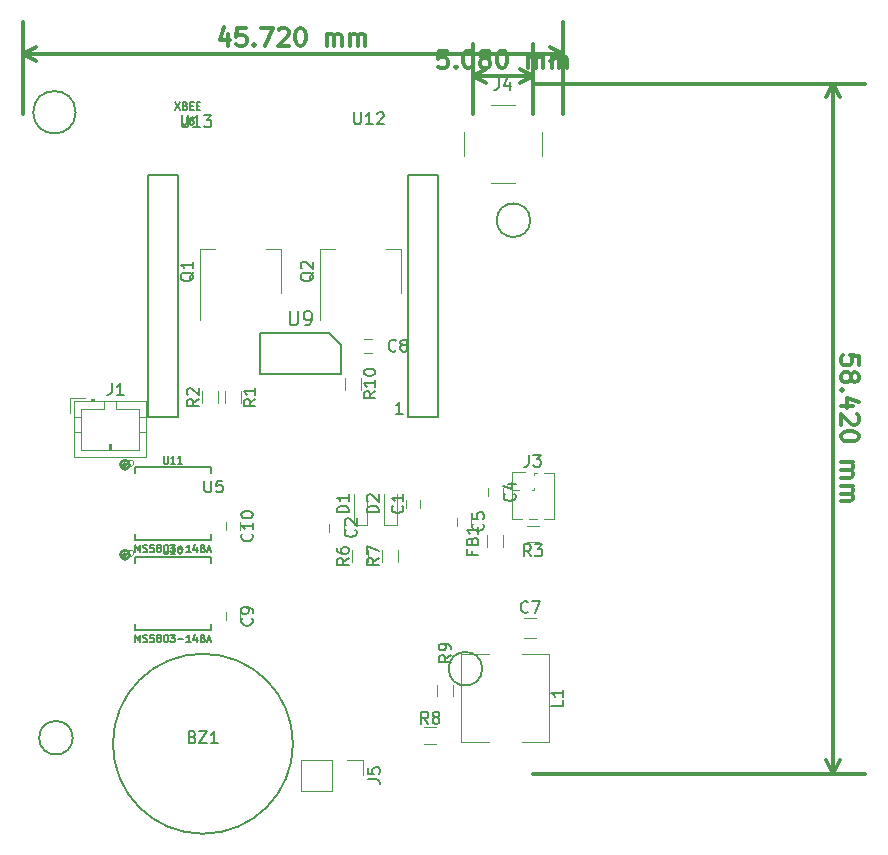
<source format=gto>
G04 #@! TF.FileFunction,Legend,Top*
%FSLAX46Y46*%
G04 Gerber Fmt 4.6, Leading zero omitted, Abs format (unit mm)*
G04 Created by KiCad (PCBNEW 4.0.7) date 12/26/17 15:11:40*
%MOMM*%
%LPD*%
G01*
G04 APERTURE LIST*
%ADD10C,0.100000*%
%ADD11C,0.300000*%
%ADD12C,0.200000*%
%ADD13C,0.120000*%
%ADD14C,0.203200*%
%ADD15C,0.150000*%
%ADD16C,0.254000*%
%ADD17C,0.127000*%
%ADD18C,0.152400*%
G04 APERTURE END LIST*
D10*
D11*
X170545716Y-53073572D02*
X169831430Y-53073572D01*
X169760001Y-53787858D01*
X169831430Y-53716430D01*
X169974287Y-53645001D01*
X170331430Y-53645001D01*
X170474287Y-53716430D01*
X170545716Y-53787858D01*
X170617144Y-53930715D01*
X170617144Y-54287858D01*
X170545716Y-54430715D01*
X170474287Y-54502144D01*
X170331430Y-54573572D01*
X169974287Y-54573572D01*
X169831430Y-54502144D01*
X169760001Y-54430715D01*
X171260001Y-54430715D02*
X171331429Y-54502144D01*
X171260001Y-54573572D01*
X171188572Y-54502144D01*
X171260001Y-54430715D01*
X171260001Y-54573572D01*
X172260001Y-53073572D02*
X172402858Y-53073572D01*
X172545715Y-53145001D01*
X172617144Y-53216430D01*
X172688573Y-53359287D01*
X172760001Y-53645001D01*
X172760001Y-54002144D01*
X172688573Y-54287858D01*
X172617144Y-54430715D01*
X172545715Y-54502144D01*
X172402858Y-54573572D01*
X172260001Y-54573572D01*
X172117144Y-54502144D01*
X172045715Y-54430715D01*
X171974287Y-54287858D01*
X171902858Y-54002144D01*
X171902858Y-53645001D01*
X171974287Y-53359287D01*
X172045715Y-53216430D01*
X172117144Y-53145001D01*
X172260001Y-53073572D01*
X173617144Y-53716430D02*
X173474286Y-53645001D01*
X173402858Y-53573572D01*
X173331429Y-53430715D01*
X173331429Y-53359287D01*
X173402858Y-53216430D01*
X173474286Y-53145001D01*
X173617144Y-53073572D01*
X173902858Y-53073572D01*
X174045715Y-53145001D01*
X174117144Y-53216430D01*
X174188572Y-53359287D01*
X174188572Y-53430715D01*
X174117144Y-53573572D01*
X174045715Y-53645001D01*
X173902858Y-53716430D01*
X173617144Y-53716430D01*
X173474286Y-53787858D01*
X173402858Y-53859287D01*
X173331429Y-54002144D01*
X173331429Y-54287858D01*
X173402858Y-54430715D01*
X173474286Y-54502144D01*
X173617144Y-54573572D01*
X173902858Y-54573572D01*
X174045715Y-54502144D01*
X174117144Y-54430715D01*
X174188572Y-54287858D01*
X174188572Y-54002144D01*
X174117144Y-53859287D01*
X174045715Y-53787858D01*
X173902858Y-53716430D01*
X175117143Y-53073572D02*
X175260000Y-53073572D01*
X175402857Y-53145001D01*
X175474286Y-53216430D01*
X175545715Y-53359287D01*
X175617143Y-53645001D01*
X175617143Y-54002144D01*
X175545715Y-54287858D01*
X175474286Y-54430715D01*
X175402857Y-54502144D01*
X175260000Y-54573572D01*
X175117143Y-54573572D01*
X174974286Y-54502144D01*
X174902857Y-54430715D01*
X174831429Y-54287858D01*
X174760000Y-54002144D01*
X174760000Y-53645001D01*
X174831429Y-53359287D01*
X174902857Y-53216430D01*
X174974286Y-53145001D01*
X175117143Y-53073572D01*
X177402857Y-54573572D02*
X177402857Y-53573572D01*
X177402857Y-53716430D02*
X177474285Y-53645001D01*
X177617143Y-53573572D01*
X177831428Y-53573572D01*
X177974285Y-53645001D01*
X178045714Y-53787858D01*
X178045714Y-54573572D01*
X178045714Y-53787858D02*
X178117143Y-53645001D01*
X178260000Y-53573572D01*
X178474285Y-53573572D01*
X178617143Y-53645001D01*
X178688571Y-53787858D01*
X178688571Y-54573572D01*
X179402857Y-54573572D02*
X179402857Y-53573572D01*
X179402857Y-53716430D02*
X179474285Y-53645001D01*
X179617143Y-53573572D01*
X179831428Y-53573572D01*
X179974285Y-53645001D01*
X180045714Y-53787858D01*
X180045714Y-54573572D01*
X180045714Y-53787858D02*
X180117143Y-53645001D01*
X180260000Y-53573572D01*
X180474285Y-53573572D01*
X180617143Y-53645001D01*
X180688571Y-53787858D01*
X180688571Y-54573572D01*
X172720000Y-55245001D02*
X177800000Y-55245001D01*
X172720000Y-58420000D02*
X172720000Y-52545001D01*
X177800000Y-58420000D02*
X177800000Y-52545001D01*
X177800000Y-55245001D02*
X176673496Y-55831422D01*
X177800000Y-55245001D02*
X176673496Y-54658580D01*
X172720000Y-55245001D02*
X173846504Y-55831422D01*
X172720000Y-55245001D02*
X173846504Y-54658580D01*
D12*
X177568903Y-67437000D02*
G75*
G03X177568903Y-67437000I-1419903J0D01*
G01*
D11*
X205371429Y-79661430D02*
X205371429Y-78947144D01*
X204657143Y-78875715D01*
X204728571Y-78947144D01*
X204800000Y-79090001D01*
X204800000Y-79447144D01*
X204728571Y-79590001D01*
X204657143Y-79661430D01*
X204514286Y-79732858D01*
X204157143Y-79732858D01*
X204014286Y-79661430D01*
X203942857Y-79590001D01*
X203871429Y-79447144D01*
X203871429Y-79090001D01*
X203942857Y-78947144D01*
X204014286Y-78875715D01*
X204728571Y-80590001D02*
X204800000Y-80447143D01*
X204871429Y-80375715D01*
X205014286Y-80304286D01*
X205085714Y-80304286D01*
X205228571Y-80375715D01*
X205300000Y-80447143D01*
X205371429Y-80590001D01*
X205371429Y-80875715D01*
X205300000Y-81018572D01*
X205228571Y-81090001D01*
X205085714Y-81161429D01*
X205014286Y-81161429D01*
X204871429Y-81090001D01*
X204800000Y-81018572D01*
X204728571Y-80875715D01*
X204728571Y-80590001D01*
X204657143Y-80447143D01*
X204585714Y-80375715D01*
X204442857Y-80304286D01*
X204157143Y-80304286D01*
X204014286Y-80375715D01*
X203942857Y-80447143D01*
X203871429Y-80590001D01*
X203871429Y-80875715D01*
X203942857Y-81018572D01*
X204014286Y-81090001D01*
X204157143Y-81161429D01*
X204442857Y-81161429D01*
X204585714Y-81090001D01*
X204657143Y-81018572D01*
X204728571Y-80875715D01*
X204014286Y-81804286D02*
X203942857Y-81875714D01*
X203871429Y-81804286D01*
X203942857Y-81732857D01*
X204014286Y-81804286D01*
X203871429Y-81804286D01*
X204871429Y-83161429D02*
X203871429Y-83161429D01*
X205442857Y-82804286D02*
X204371429Y-82447143D01*
X204371429Y-83375715D01*
X205228571Y-83875714D02*
X205300000Y-83947143D01*
X205371429Y-84090000D01*
X205371429Y-84447143D01*
X205300000Y-84590000D01*
X205228571Y-84661429D01*
X205085714Y-84732857D01*
X204942857Y-84732857D01*
X204728571Y-84661429D01*
X203871429Y-83804286D01*
X203871429Y-84732857D01*
X205371429Y-85661428D02*
X205371429Y-85804285D01*
X205300000Y-85947142D01*
X205228571Y-86018571D01*
X205085714Y-86090000D01*
X204800000Y-86161428D01*
X204442857Y-86161428D01*
X204157143Y-86090000D01*
X204014286Y-86018571D01*
X203942857Y-85947142D01*
X203871429Y-85804285D01*
X203871429Y-85661428D01*
X203942857Y-85518571D01*
X204014286Y-85447142D01*
X204157143Y-85375714D01*
X204442857Y-85304285D01*
X204800000Y-85304285D01*
X205085714Y-85375714D01*
X205228571Y-85447142D01*
X205300000Y-85518571D01*
X205371429Y-85661428D01*
X203871429Y-87947142D02*
X204871429Y-87947142D01*
X204728571Y-87947142D02*
X204800000Y-88018570D01*
X204871429Y-88161428D01*
X204871429Y-88375713D01*
X204800000Y-88518570D01*
X204657143Y-88589999D01*
X203871429Y-88589999D01*
X204657143Y-88589999D02*
X204800000Y-88661428D01*
X204871429Y-88804285D01*
X204871429Y-89018570D01*
X204800000Y-89161428D01*
X204657143Y-89232856D01*
X203871429Y-89232856D01*
X203871429Y-89947142D02*
X204871429Y-89947142D01*
X204728571Y-89947142D02*
X204800000Y-90018570D01*
X204871429Y-90161428D01*
X204871429Y-90375713D01*
X204800000Y-90518570D01*
X204657143Y-90589999D01*
X203871429Y-90589999D01*
X204657143Y-90589999D02*
X204800000Y-90661428D01*
X204871429Y-90804285D01*
X204871429Y-91018570D01*
X204800000Y-91161428D01*
X204657143Y-91232856D01*
X203871429Y-91232856D01*
X203200000Y-55880000D02*
X203200000Y-114300000D01*
X177800000Y-55880000D02*
X205900000Y-55880000D01*
X177800000Y-114300000D02*
X205900000Y-114300000D01*
X203200000Y-114300000D02*
X202613579Y-113173496D01*
X203200000Y-114300000D02*
X203786421Y-113173496D01*
X203200000Y-55880000D02*
X202613579Y-57006504D01*
X203200000Y-55880000D02*
X203786421Y-57006504D01*
X151980001Y-51668571D02*
X151980001Y-52668571D01*
X151622858Y-51097143D02*
X151265715Y-52168571D01*
X152194287Y-52168571D01*
X153480001Y-51168571D02*
X152765715Y-51168571D01*
X152694286Y-51882857D01*
X152765715Y-51811429D01*
X152908572Y-51740000D01*
X153265715Y-51740000D01*
X153408572Y-51811429D01*
X153480001Y-51882857D01*
X153551429Y-52025714D01*
X153551429Y-52382857D01*
X153480001Y-52525714D01*
X153408572Y-52597143D01*
X153265715Y-52668571D01*
X152908572Y-52668571D01*
X152765715Y-52597143D01*
X152694286Y-52525714D01*
X154194286Y-52525714D02*
X154265714Y-52597143D01*
X154194286Y-52668571D01*
X154122857Y-52597143D01*
X154194286Y-52525714D01*
X154194286Y-52668571D01*
X154765715Y-51168571D02*
X155765715Y-51168571D01*
X155122858Y-52668571D01*
X156265714Y-51311429D02*
X156337143Y-51240000D01*
X156480000Y-51168571D01*
X156837143Y-51168571D01*
X156980000Y-51240000D01*
X157051429Y-51311429D01*
X157122857Y-51454286D01*
X157122857Y-51597143D01*
X157051429Y-51811429D01*
X156194286Y-52668571D01*
X157122857Y-52668571D01*
X158051428Y-51168571D02*
X158194285Y-51168571D01*
X158337142Y-51240000D01*
X158408571Y-51311429D01*
X158480000Y-51454286D01*
X158551428Y-51740000D01*
X158551428Y-52097143D01*
X158480000Y-52382857D01*
X158408571Y-52525714D01*
X158337142Y-52597143D01*
X158194285Y-52668571D01*
X158051428Y-52668571D01*
X157908571Y-52597143D01*
X157837142Y-52525714D01*
X157765714Y-52382857D01*
X157694285Y-52097143D01*
X157694285Y-51740000D01*
X157765714Y-51454286D01*
X157837142Y-51311429D01*
X157908571Y-51240000D01*
X158051428Y-51168571D01*
X160337142Y-52668571D02*
X160337142Y-51668571D01*
X160337142Y-51811429D02*
X160408570Y-51740000D01*
X160551428Y-51668571D01*
X160765713Y-51668571D01*
X160908570Y-51740000D01*
X160979999Y-51882857D01*
X160979999Y-52668571D01*
X160979999Y-51882857D02*
X161051428Y-51740000D01*
X161194285Y-51668571D01*
X161408570Y-51668571D01*
X161551428Y-51740000D01*
X161622856Y-51882857D01*
X161622856Y-52668571D01*
X162337142Y-52668571D02*
X162337142Y-51668571D01*
X162337142Y-51811429D02*
X162408570Y-51740000D01*
X162551428Y-51668571D01*
X162765713Y-51668571D01*
X162908570Y-51740000D01*
X162979999Y-51882857D01*
X162979999Y-52668571D01*
X162979999Y-51882857D02*
X163051428Y-51740000D01*
X163194285Y-51668571D01*
X163408570Y-51668571D01*
X163551428Y-51740000D01*
X163622856Y-51882857D01*
X163622856Y-52668571D01*
X134620000Y-53340000D02*
X180340000Y-53340000D01*
X134620000Y-58420000D02*
X134620000Y-50640000D01*
X180340000Y-58420000D02*
X180340000Y-50640000D01*
X180340000Y-53340000D02*
X179213496Y-53926421D01*
X180340000Y-53340000D02*
X179213496Y-52753579D01*
X134620000Y-53340000D02*
X135746504Y-53926421D01*
X134620000Y-53340000D02*
X135746504Y-52753579D01*
D12*
X139083051Y-58293000D02*
G75*
G03X139083051Y-58293000I-1796051J0D01*
G01*
X138833903Y-111252000D02*
G75*
G03X138833903Y-111252000I-1419903J0D01*
G01*
X173504903Y-105410000D02*
G75*
G03X173504903Y-105410000I-1419903J0D01*
G01*
D13*
X151720000Y-82923000D02*
X151720000Y-81923000D01*
X153080000Y-81923000D02*
X153080000Y-82923000D01*
X151175000Y-81923000D02*
X151175000Y-82923000D01*
X149815000Y-82923000D02*
X149815000Y-81923000D01*
D14*
X147731480Y-84114640D02*
X145232120Y-84114640D01*
X145232120Y-84114640D02*
X145232120Y-63614300D01*
X145232120Y-63614300D02*
X147731480Y-63614300D01*
X147731480Y-84114640D02*
X147731480Y-63614300D01*
X167228520Y-84114640D02*
X169727880Y-84114640D01*
X169727880Y-84114640D02*
X169727880Y-63614300D01*
X169727880Y-63614300D02*
X167228520Y-63614300D01*
X167228520Y-84114640D02*
X167228520Y-63614300D01*
D13*
X176035000Y-92770000D02*
X176857470Y-92770000D01*
X178742530Y-92770000D02*
X179565000Y-92770000D01*
X177472530Y-92770000D02*
X178127470Y-92770000D01*
X176035000Y-90295000D02*
X176035000Y-92770000D01*
X179565000Y-88840000D02*
X179565000Y-92770000D01*
X176035000Y-90295000D02*
X176601529Y-90295000D01*
X177728471Y-90295000D02*
X177871529Y-90295000D01*
X177925000Y-90241529D02*
X177925000Y-90098471D01*
X177925000Y-88971529D02*
X177925000Y-88840000D01*
X177925000Y-88840000D02*
X178127470Y-88840000D01*
X178742530Y-88840000D02*
X179565000Y-88840000D01*
X176035000Y-89535000D02*
X176035000Y-88775000D01*
X176035000Y-88775000D02*
X177165000Y-88775000D01*
X167040000Y-91790000D02*
X167040000Y-91090000D01*
X168240000Y-91090000D02*
X168240000Y-91790000D01*
X161763000Y-93122000D02*
X161763000Y-93822000D01*
X160563000Y-93822000D02*
X160563000Y-93122000D01*
X175225000Y-90074000D02*
X175225000Y-90774000D01*
X174025000Y-90774000D02*
X174025000Y-90074000D01*
X172558000Y-92614000D02*
X172558000Y-93314000D01*
X171358000Y-93314000D02*
X171358000Y-92614000D01*
X163480000Y-77505000D02*
X164180000Y-77505000D01*
X164180000Y-78705000D02*
X163480000Y-78705000D01*
X162645000Y-93240000D02*
X163745000Y-93240000D01*
X163745000Y-93240000D02*
X163745000Y-90640000D01*
X162645000Y-93240000D02*
X162645000Y-90640000D01*
X165185000Y-93240000D02*
X166285000Y-93240000D01*
X166285000Y-93240000D02*
X166285000Y-90640000D01*
X165185000Y-93240000D02*
X165185000Y-90640000D01*
X175305000Y-94115000D02*
X175305000Y-95115000D01*
X173945000Y-95115000D02*
X173945000Y-94115000D01*
X174050500Y-111586500D02*
X171750500Y-111586500D01*
X171750500Y-111586500D02*
X171750500Y-104186500D01*
X171750500Y-104186500D02*
X174050500Y-104186500D01*
X176850500Y-104186500D02*
X179150500Y-104186500D01*
X179150500Y-104186500D02*
X179150500Y-111586500D01*
X179150500Y-111586500D02*
X176850500Y-111586500D01*
X156445000Y-69845000D02*
X155185000Y-69845000D01*
X149625000Y-69845000D02*
X150885000Y-69845000D01*
X156445000Y-73605000D02*
X156445000Y-69845000D01*
X149625000Y-75855000D02*
X149625000Y-69845000D01*
X166605000Y-69845000D02*
X165345000Y-69845000D01*
X159785000Y-69845000D02*
X161045000Y-69845000D01*
X166605000Y-73605000D02*
X166605000Y-69845000D01*
X159785000Y-75855000D02*
X159785000Y-69845000D01*
X177300000Y-93300000D02*
X178300000Y-93300000D01*
X178300000Y-94660000D02*
X177300000Y-94660000D01*
X163875000Y-95385000D02*
X163875000Y-96385000D01*
X162515000Y-96385000D02*
X162515000Y-95385000D01*
X166415000Y-95385000D02*
X166415000Y-96385000D01*
X165055000Y-96385000D02*
X165055000Y-95385000D01*
X169600500Y-111741500D02*
X168600500Y-111741500D01*
X168600500Y-110381500D02*
X169600500Y-110381500D01*
X169690500Y-107751500D02*
X169690500Y-106751500D01*
X171050500Y-106751500D02*
X171050500Y-107751500D01*
X161880000Y-81780000D02*
X161880000Y-80780000D01*
X163240000Y-80780000D02*
X163240000Y-81780000D01*
D15*
X161565000Y-77985000D02*
X160565000Y-76985000D01*
X160565000Y-76985000D02*
X154665000Y-76985000D01*
X154665000Y-76985000D02*
X154665000Y-80495000D01*
X154665000Y-80495000D02*
X161565000Y-80495000D01*
X161565000Y-80495000D02*
X161565000Y-77985000D01*
D13*
X153000000Y-100615000D02*
X153000000Y-101315000D01*
X151800000Y-101315000D02*
X151800000Y-100615000D01*
X153000000Y-92995000D02*
X153000000Y-93695000D01*
X151800000Y-93695000D02*
X151800000Y-92995000D01*
D16*
X143637000Y-95758000D02*
G75*
G03X143637000Y-95758000I-381000J0D01*
G01*
X143383000Y-95758000D02*
G75*
G03X143383000Y-95758000I-127000J0D01*
G01*
D14*
X144122140Y-95961200D02*
X150517860Y-95961200D01*
X150517860Y-102158800D02*
X144122140Y-102158800D01*
X144122140Y-102158800D02*
X144122140Y-101658420D01*
X150517860Y-102158800D02*
X150517860Y-101658420D01*
X150517860Y-95961200D02*
X150517860Y-96461580D01*
X144122140Y-95961200D02*
X144122140Y-96461580D01*
D10*
X144018000Y-95631000D02*
G75*
G03X144018000Y-95631000I-254000J0D01*
G01*
D16*
X143637000Y-88138000D02*
G75*
G03X143637000Y-88138000I-381000J0D01*
G01*
X143383000Y-88138000D02*
G75*
G03X143383000Y-88138000I-127000J0D01*
G01*
D14*
X144122140Y-88341200D02*
X150517860Y-88341200D01*
X150517860Y-94538800D02*
X144122140Y-94538800D01*
X144122140Y-94538800D02*
X144122140Y-94038420D01*
X150517860Y-94538800D02*
X150517860Y-94038420D01*
X150517860Y-88341200D02*
X150517860Y-88841580D01*
X144122140Y-88341200D02*
X144122140Y-88841580D01*
D10*
X144018000Y-88011000D02*
G75*
G03X144018000Y-88011000I-254000J0D01*
G01*
D13*
X174260000Y-57660000D02*
X176260000Y-57660000D01*
X174260000Y-64260000D02*
X176260000Y-64260000D01*
X178560000Y-59960000D02*
X178560000Y-61960000D01*
X171960000Y-59960000D02*
X171960000Y-61960000D01*
D15*
X157480000Y-111760000D02*
G75*
G03X157480000Y-111760000I-7620000J0D01*
G01*
D13*
X158182000Y-113097000D02*
X158182000Y-115757000D01*
X160782000Y-113097000D02*
X158182000Y-113097000D01*
X160782000Y-115757000D02*
X158182000Y-115757000D01*
X160782000Y-113097000D02*
X160782000Y-115757000D01*
X162052000Y-113097000D02*
X163382000Y-113097000D01*
X163382000Y-113097000D02*
X163382000Y-114427000D01*
X138920000Y-82782000D02*
X138920000Y-87482000D01*
X138920000Y-87482000D02*
X145020000Y-87482000D01*
X145020000Y-87482000D02*
X145020000Y-82782000D01*
X145020000Y-82782000D02*
X138920000Y-82782000D01*
X141470000Y-82782000D02*
X141470000Y-83382000D01*
X141470000Y-83382000D02*
X139520000Y-83382000D01*
X139520000Y-83382000D02*
X139520000Y-86882000D01*
X139520000Y-86882000D02*
X144420000Y-86882000D01*
X144420000Y-86882000D02*
X144420000Y-83382000D01*
X144420000Y-83382000D02*
X142470000Y-83382000D01*
X142470000Y-83382000D02*
X142470000Y-82782000D01*
X138920000Y-84082000D02*
X139520000Y-84082000D01*
X138920000Y-85382000D02*
X139520000Y-85382000D01*
X145020000Y-84082000D02*
X144420000Y-84082000D01*
X145020000Y-85382000D02*
X144420000Y-85382000D01*
X140670000Y-82782000D02*
X140670000Y-82582000D01*
X140670000Y-82582000D02*
X140370000Y-82582000D01*
X140370000Y-82582000D02*
X140370000Y-82782000D01*
X140670000Y-82682000D02*
X140370000Y-82682000D01*
X141870000Y-86882000D02*
X141870000Y-86382000D01*
X141870000Y-86382000D02*
X142070000Y-86382000D01*
X142070000Y-86382000D02*
X142070000Y-86882000D01*
X141970000Y-86882000D02*
X141970000Y-86382000D01*
X139870000Y-82482000D02*
X138620000Y-82482000D01*
X138620000Y-82482000D02*
X138620000Y-83732000D01*
X178046000Y-101131000D02*
X177046000Y-101131000D01*
X177046000Y-102831000D02*
X178046000Y-102831000D01*
D15*
X154302381Y-82589666D02*
X153826190Y-82923000D01*
X154302381Y-83161095D02*
X153302381Y-83161095D01*
X153302381Y-82780142D01*
X153350000Y-82684904D01*
X153397619Y-82637285D01*
X153492857Y-82589666D01*
X153635714Y-82589666D01*
X153730952Y-82637285D01*
X153778571Y-82684904D01*
X153826190Y-82780142D01*
X153826190Y-83161095D01*
X154302381Y-81637285D02*
X154302381Y-82208714D01*
X154302381Y-81923000D02*
X153302381Y-81923000D01*
X153445238Y-82018238D01*
X153540476Y-82113476D01*
X153588095Y-82208714D01*
X149497381Y-82589666D02*
X149021190Y-82923000D01*
X149497381Y-83161095D02*
X148497381Y-83161095D01*
X148497381Y-82780142D01*
X148545000Y-82684904D01*
X148592619Y-82637285D01*
X148687857Y-82589666D01*
X148830714Y-82589666D01*
X148925952Y-82637285D01*
X148973571Y-82684904D01*
X149021190Y-82780142D01*
X149021190Y-83161095D01*
X148592619Y-82208714D02*
X148545000Y-82161095D01*
X148497381Y-82065857D01*
X148497381Y-81827761D01*
X148545000Y-81732523D01*
X148592619Y-81684904D01*
X148687857Y-81637285D01*
X148783095Y-81637285D01*
X148925952Y-81684904D01*
X149497381Y-82256333D01*
X149497381Y-81637285D01*
D17*
X148125543Y-58721171D02*
X148125543Y-59214657D01*
X148154571Y-59272714D01*
X148183600Y-59301743D01*
X148241657Y-59330771D01*
X148357771Y-59330771D01*
X148415829Y-59301743D01*
X148444857Y-59272714D01*
X148473886Y-59214657D01*
X148473886Y-58721171D01*
X149025429Y-58721171D02*
X148909315Y-58721171D01*
X148851258Y-58750200D01*
X148822229Y-58779229D01*
X148764172Y-58866314D01*
X148735143Y-58982429D01*
X148735143Y-59214657D01*
X148764172Y-59272714D01*
X148793200Y-59301743D01*
X148851258Y-59330771D01*
X148967372Y-59330771D01*
X149025429Y-59301743D01*
X149054458Y-59272714D01*
X149083486Y-59214657D01*
X149083486Y-59069514D01*
X149054458Y-59011457D01*
X149025429Y-58982429D01*
X148967372Y-58953400D01*
X148851258Y-58953400D01*
X148793200Y-58982429D01*
X148764172Y-59011457D01*
X148735143Y-59069514D01*
X147530458Y-57451171D02*
X147936858Y-58060771D01*
X147936858Y-57451171D02*
X147530458Y-58060771D01*
X148372286Y-57741457D02*
X148459372Y-57770486D01*
X148488400Y-57799514D01*
X148517429Y-57857571D01*
X148517429Y-57944657D01*
X148488400Y-58002714D01*
X148459372Y-58031743D01*
X148401314Y-58060771D01*
X148169086Y-58060771D01*
X148169086Y-57451171D01*
X148372286Y-57451171D01*
X148430343Y-57480200D01*
X148459372Y-57509229D01*
X148488400Y-57567286D01*
X148488400Y-57625343D01*
X148459372Y-57683400D01*
X148430343Y-57712429D01*
X148372286Y-57741457D01*
X148169086Y-57741457D01*
X148778686Y-57741457D02*
X148981886Y-57741457D01*
X149068972Y-58060771D02*
X148778686Y-58060771D01*
X148778686Y-57451171D01*
X149068972Y-57451171D01*
X149330229Y-57741457D02*
X149533429Y-57741457D01*
X149620515Y-58060771D02*
X149330229Y-58060771D01*
X149330229Y-57451171D01*
X149620515Y-57451171D01*
D18*
X166761886Y-83832579D02*
X166181315Y-83832579D01*
X166471601Y-83832579D02*
X166471601Y-82816579D01*
X166374839Y-82961722D01*
X166278077Y-83058484D01*
X166181315Y-83106865D01*
D15*
X177466667Y-87292381D02*
X177466667Y-88006667D01*
X177419047Y-88149524D01*
X177323809Y-88244762D01*
X177180952Y-88292381D01*
X177085714Y-88292381D01*
X177847619Y-87292381D02*
X178466667Y-87292381D01*
X178133333Y-87673333D01*
X178276191Y-87673333D01*
X178371429Y-87720952D01*
X178419048Y-87768571D01*
X178466667Y-87863810D01*
X178466667Y-88101905D01*
X178419048Y-88197143D01*
X178371429Y-88244762D01*
X178276191Y-88292381D01*
X177990476Y-88292381D01*
X177895238Y-88244762D01*
X177847619Y-88197143D01*
X166747143Y-91606666D02*
X166794762Y-91654285D01*
X166842381Y-91797142D01*
X166842381Y-91892380D01*
X166794762Y-92035238D01*
X166699524Y-92130476D01*
X166604286Y-92178095D01*
X166413810Y-92225714D01*
X166270952Y-92225714D01*
X166080476Y-92178095D01*
X165985238Y-92130476D01*
X165890000Y-92035238D01*
X165842381Y-91892380D01*
X165842381Y-91797142D01*
X165890000Y-91654285D01*
X165937619Y-91606666D01*
X166842381Y-90654285D02*
X166842381Y-91225714D01*
X166842381Y-90940000D02*
X165842381Y-90940000D01*
X165985238Y-91035238D01*
X166080476Y-91130476D01*
X166128095Y-91225714D01*
X162770143Y-93638666D02*
X162817762Y-93686285D01*
X162865381Y-93829142D01*
X162865381Y-93924380D01*
X162817762Y-94067238D01*
X162722524Y-94162476D01*
X162627286Y-94210095D01*
X162436810Y-94257714D01*
X162293952Y-94257714D01*
X162103476Y-94210095D01*
X162008238Y-94162476D01*
X161913000Y-94067238D01*
X161865381Y-93924380D01*
X161865381Y-93829142D01*
X161913000Y-93686285D01*
X161960619Y-93638666D01*
X161960619Y-93257714D02*
X161913000Y-93210095D01*
X161865381Y-93114857D01*
X161865381Y-92876761D01*
X161913000Y-92781523D01*
X161960619Y-92733904D01*
X162055857Y-92686285D01*
X162151095Y-92686285D01*
X162293952Y-92733904D01*
X162865381Y-93305333D01*
X162865381Y-92686285D01*
X176232143Y-90590666D02*
X176279762Y-90638285D01*
X176327381Y-90781142D01*
X176327381Y-90876380D01*
X176279762Y-91019238D01*
X176184524Y-91114476D01*
X176089286Y-91162095D01*
X175898810Y-91209714D01*
X175755952Y-91209714D01*
X175565476Y-91162095D01*
X175470238Y-91114476D01*
X175375000Y-91019238D01*
X175327381Y-90876380D01*
X175327381Y-90781142D01*
X175375000Y-90638285D01*
X175422619Y-90590666D01*
X175660714Y-89733523D02*
X176327381Y-89733523D01*
X175279762Y-89971619D02*
X175994048Y-90209714D01*
X175994048Y-89590666D01*
X173565143Y-93130666D02*
X173612762Y-93178285D01*
X173660381Y-93321142D01*
X173660381Y-93416380D01*
X173612762Y-93559238D01*
X173517524Y-93654476D01*
X173422286Y-93702095D01*
X173231810Y-93749714D01*
X173088952Y-93749714D01*
X172898476Y-93702095D01*
X172803238Y-93654476D01*
X172708000Y-93559238D01*
X172660381Y-93416380D01*
X172660381Y-93321142D01*
X172708000Y-93178285D01*
X172755619Y-93130666D01*
X172660381Y-92225904D02*
X172660381Y-92702095D01*
X173136571Y-92749714D01*
X173088952Y-92702095D01*
X173041333Y-92606857D01*
X173041333Y-92368761D01*
X173088952Y-92273523D01*
X173136571Y-92225904D01*
X173231810Y-92178285D01*
X173469905Y-92178285D01*
X173565143Y-92225904D01*
X173612762Y-92273523D01*
X173660381Y-92368761D01*
X173660381Y-92606857D01*
X173612762Y-92702095D01*
X173565143Y-92749714D01*
X166203334Y-78462143D02*
X166155715Y-78509762D01*
X166012858Y-78557381D01*
X165917620Y-78557381D01*
X165774762Y-78509762D01*
X165679524Y-78414524D01*
X165631905Y-78319286D01*
X165584286Y-78128810D01*
X165584286Y-77985952D01*
X165631905Y-77795476D01*
X165679524Y-77700238D01*
X165774762Y-77605000D01*
X165917620Y-77557381D01*
X166012858Y-77557381D01*
X166155715Y-77605000D01*
X166203334Y-77652619D01*
X166774762Y-77985952D02*
X166679524Y-77938333D01*
X166631905Y-77890714D01*
X166584286Y-77795476D01*
X166584286Y-77747857D01*
X166631905Y-77652619D01*
X166679524Y-77605000D01*
X166774762Y-77557381D01*
X166965239Y-77557381D01*
X167060477Y-77605000D01*
X167108096Y-77652619D01*
X167155715Y-77747857D01*
X167155715Y-77795476D01*
X167108096Y-77890714D01*
X167060477Y-77938333D01*
X166965239Y-77985952D01*
X166774762Y-77985952D01*
X166679524Y-78033571D01*
X166631905Y-78081190D01*
X166584286Y-78176429D01*
X166584286Y-78366905D01*
X166631905Y-78462143D01*
X166679524Y-78509762D01*
X166774762Y-78557381D01*
X166965239Y-78557381D01*
X167060477Y-78509762D01*
X167108096Y-78462143D01*
X167155715Y-78366905D01*
X167155715Y-78176429D01*
X167108096Y-78081190D01*
X167060477Y-78033571D01*
X166965239Y-77985952D01*
X162197381Y-92178095D02*
X161197381Y-92178095D01*
X161197381Y-91940000D01*
X161245000Y-91797142D01*
X161340238Y-91701904D01*
X161435476Y-91654285D01*
X161625952Y-91606666D01*
X161768810Y-91606666D01*
X161959286Y-91654285D01*
X162054524Y-91701904D01*
X162149762Y-91797142D01*
X162197381Y-91940000D01*
X162197381Y-92178095D01*
X162197381Y-90654285D02*
X162197381Y-91225714D01*
X162197381Y-90940000D02*
X161197381Y-90940000D01*
X161340238Y-91035238D01*
X161435476Y-91130476D01*
X161483095Y-91225714D01*
X164737381Y-92178095D02*
X163737381Y-92178095D01*
X163737381Y-91940000D01*
X163785000Y-91797142D01*
X163880238Y-91701904D01*
X163975476Y-91654285D01*
X164165952Y-91606666D01*
X164308810Y-91606666D01*
X164499286Y-91654285D01*
X164594524Y-91701904D01*
X164689762Y-91797142D01*
X164737381Y-91940000D01*
X164737381Y-92178095D01*
X163832619Y-91225714D02*
X163785000Y-91178095D01*
X163737381Y-91082857D01*
X163737381Y-90844761D01*
X163785000Y-90749523D01*
X163832619Y-90701904D01*
X163927857Y-90654285D01*
X164023095Y-90654285D01*
X164165952Y-90701904D01*
X164737381Y-91273333D01*
X164737381Y-90654285D01*
X172653571Y-95448333D02*
X172653571Y-95781667D01*
X173177381Y-95781667D02*
X172177381Y-95781667D01*
X172177381Y-95305476D01*
X172653571Y-94591190D02*
X172701190Y-94448333D01*
X172748810Y-94400714D01*
X172844048Y-94353095D01*
X172986905Y-94353095D01*
X173082143Y-94400714D01*
X173129762Y-94448333D01*
X173177381Y-94543571D01*
X173177381Y-94924524D01*
X172177381Y-94924524D01*
X172177381Y-94591190D01*
X172225000Y-94495952D01*
X172272619Y-94448333D01*
X172367857Y-94400714D01*
X172463095Y-94400714D01*
X172558333Y-94448333D01*
X172605952Y-94495952D01*
X172653571Y-94591190D01*
X172653571Y-94924524D01*
X173177381Y-93400714D02*
X173177381Y-93972143D01*
X173177381Y-93686429D02*
X172177381Y-93686429D01*
X172320238Y-93781667D01*
X172415476Y-93876905D01*
X172463095Y-93972143D01*
X180352881Y-108053166D02*
X180352881Y-108529357D01*
X179352881Y-108529357D01*
X180352881Y-107196023D02*
X180352881Y-107767452D01*
X180352881Y-107481738D02*
X179352881Y-107481738D01*
X179495738Y-107576976D01*
X179590976Y-107672214D01*
X179638595Y-107767452D01*
X149082619Y-71850238D02*
X149035000Y-71945476D01*
X148939762Y-72040714D01*
X148796905Y-72183571D01*
X148749286Y-72278810D01*
X148749286Y-72374048D01*
X148987381Y-72326429D02*
X148939762Y-72421667D01*
X148844524Y-72516905D01*
X148654048Y-72564524D01*
X148320714Y-72564524D01*
X148130238Y-72516905D01*
X148035000Y-72421667D01*
X147987381Y-72326429D01*
X147987381Y-72135952D01*
X148035000Y-72040714D01*
X148130238Y-71945476D01*
X148320714Y-71897857D01*
X148654048Y-71897857D01*
X148844524Y-71945476D01*
X148939762Y-72040714D01*
X148987381Y-72135952D01*
X148987381Y-72326429D01*
X148987381Y-70945476D02*
X148987381Y-71516905D01*
X148987381Y-71231191D02*
X147987381Y-71231191D01*
X148130238Y-71326429D01*
X148225476Y-71421667D01*
X148273095Y-71516905D01*
X159242619Y-71850238D02*
X159195000Y-71945476D01*
X159099762Y-72040714D01*
X158956905Y-72183571D01*
X158909286Y-72278810D01*
X158909286Y-72374048D01*
X159147381Y-72326429D02*
X159099762Y-72421667D01*
X159004524Y-72516905D01*
X158814048Y-72564524D01*
X158480714Y-72564524D01*
X158290238Y-72516905D01*
X158195000Y-72421667D01*
X158147381Y-72326429D01*
X158147381Y-72135952D01*
X158195000Y-72040714D01*
X158290238Y-71945476D01*
X158480714Y-71897857D01*
X158814048Y-71897857D01*
X159004524Y-71945476D01*
X159099762Y-72040714D01*
X159147381Y-72135952D01*
X159147381Y-72326429D01*
X158242619Y-71516905D02*
X158195000Y-71469286D01*
X158147381Y-71374048D01*
X158147381Y-71135952D01*
X158195000Y-71040714D01*
X158242619Y-70993095D01*
X158337857Y-70945476D01*
X158433095Y-70945476D01*
X158575952Y-70993095D01*
X159147381Y-71564524D01*
X159147381Y-70945476D01*
X177633334Y-95882381D02*
X177300000Y-95406190D01*
X177061905Y-95882381D02*
X177061905Y-94882381D01*
X177442858Y-94882381D01*
X177538096Y-94930000D01*
X177585715Y-94977619D01*
X177633334Y-95072857D01*
X177633334Y-95215714D01*
X177585715Y-95310952D01*
X177538096Y-95358571D01*
X177442858Y-95406190D01*
X177061905Y-95406190D01*
X177966667Y-94882381D02*
X178585715Y-94882381D01*
X178252381Y-95263333D01*
X178395239Y-95263333D01*
X178490477Y-95310952D01*
X178538096Y-95358571D01*
X178585715Y-95453810D01*
X178585715Y-95691905D01*
X178538096Y-95787143D01*
X178490477Y-95834762D01*
X178395239Y-95882381D01*
X178109524Y-95882381D01*
X178014286Y-95834762D01*
X177966667Y-95787143D01*
X162197381Y-96051666D02*
X161721190Y-96385000D01*
X162197381Y-96623095D02*
X161197381Y-96623095D01*
X161197381Y-96242142D01*
X161245000Y-96146904D01*
X161292619Y-96099285D01*
X161387857Y-96051666D01*
X161530714Y-96051666D01*
X161625952Y-96099285D01*
X161673571Y-96146904D01*
X161721190Y-96242142D01*
X161721190Y-96623095D01*
X161197381Y-95194523D02*
X161197381Y-95385000D01*
X161245000Y-95480238D01*
X161292619Y-95527857D01*
X161435476Y-95623095D01*
X161625952Y-95670714D01*
X162006905Y-95670714D01*
X162102143Y-95623095D01*
X162149762Y-95575476D01*
X162197381Y-95480238D01*
X162197381Y-95289761D01*
X162149762Y-95194523D01*
X162102143Y-95146904D01*
X162006905Y-95099285D01*
X161768810Y-95099285D01*
X161673571Y-95146904D01*
X161625952Y-95194523D01*
X161578333Y-95289761D01*
X161578333Y-95480238D01*
X161625952Y-95575476D01*
X161673571Y-95623095D01*
X161768810Y-95670714D01*
X164737381Y-96051666D02*
X164261190Y-96385000D01*
X164737381Y-96623095D02*
X163737381Y-96623095D01*
X163737381Y-96242142D01*
X163785000Y-96146904D01*
X163832619Y-96099285D01*
X163927857Y-96051666D01*
X164070714Y-96051666D01*
X164165952Y-96099285D01*
X164213571Y-96146904D01*
X164261190Y-96242142D01*
X164261190Y-96623095D01*
X163737381Y-95718333D02*
X163737381Y-95051666D01*
X164737381Y-95480238D01*
X168933834Y-110063881D02*
X168600500Y-109587690D01*
X168362405Y-110063881D02*
X168362405Y-109063881D01*
X168743358Y-109063881D01*
X168838596Y-109111500D01*
X168886215Y-109159119D01*
X168933834Y-109254357D01*
X168933834Y-109397214D01*
X168886215Y-109492452D01*
X168838596Y-109540071D01*
X168743358Y-109587690D01*
X168362405Y-109587690D01*
X169505262Y-109492452D02*
X169410024Y-109444833D01*
X169362405Y-109397214D01*
X169314786Y-109301976D01*
X169314786Y-109254357D01*
X169362405Y-109159119D01*
X169410024Y-109111500D01*
X169505262Y-109063881D01*
X169695739Y-109063881D01*
X169790977Y-109111500D01*
X169838596Y-109159119D01*
X169886215Y-109254357D01*
X169886215Y-109301976D01*
X169838596Y-109397214D01*
X169790977Y-109444833D01*
X169695739Y-109492452D01*
X169505262Y-109492452D01*
X169410024Y-109540071D01*
X169362405Y-109587690D01*
X169314786Y-109682929D01*
X169314786Y-109873405D01*
X169362405Y-109968643D01*
X169410024Y-110016262D01*
X169505262Y-110063881D01*
X169695739Y-110063881D01*
X169790977Y-110016262D01*
X169838596Y-109968643D01*
X169886215Y-109873405D01*
X169886215Y-109682929D01*
X169838596Y-109587690D01*
X169790977Y-109540071D01*
X169695739Y-109492452D01*
X170822881Y-104243166D02*
X170346690Y-104576500D01*
X170822881Y-104814595D02*
X169822881Y-104814595D01*
X169822881Y-104433642D01*
X169870500Y-104338404D01*
X169918119Y-104290785D01*
X170013357Y-104243166D01*
X170156214Y-104243166D01*
X170251452Y-104290785D01*
X170299071Y-104338404D01*
X170346690Y-104433642D01*
X170346690Y-104814595D01*
X170822881Y-103766976D02*
X170822881Y-103576500D01*
X170775262Y-103481261D01*
X170727643Y-103433642D01*
X170584786Y-103338404D01*
X170394310Y-103290785D01*
X170013357Y-103290785D01*
X169918119Y-103338404D01*
X169870500Y-103386023D01*
X169822881Y-103481261D01*
X169822881Y-103671738D01*
X169870500Y-103766976D01*
X169918119Y-103814595D01*
X170013357Y-103862214D01*
X170251452Y-103862214D01*
X170346690Y-103814595D01*
X170394310Y-103766976D01*
X170441929Y-103671738D01*
X170441929Y-103481261D01*
X170394310Y-103386023D01*
X170346690Y-103338404D01*
X170251452Y-103290785D01*
X164462381Y-81922857D02*
X163986190Y-82256191D01*
X164462381Y-82494286D02*
X163462381Y-82494286D01*
X163462381Y-82113333D01*
X163510000Y-82018095D01*
X163557619Y-81970476D01*
X163652857Y-81922857D01*
X163795714Y-81922857D01*
X163890952Y-81970476D01*
X163938571Y-82018095D01*
X163986190Y-82113333D01*
X163986190Y-82494286D01*
X164462381Y-80970476D02*
X164462381Y-81541905D01*
X164462381Y-81256191D02*
X163462381Y-81256191D01*
X163605238Y-81351429D01*
X163700476Y-81446667D01*
X163748095Y-81541905D01*
X163462381Y-80351429D02*
X163462381Y-80256190D01*
X163510000Y-80160952D01*
X163557619Y-80113333D01*
X163652857Y-80065714D01*
X163843333Y-80018095D01*
X164081429Y-80018095D01*
X164271905Y-80065714D01*
X164367143Y-80113333D01*
X164414762Y-80160952D01*
X164462381Y-80256190D01*
X164462381Y-80351429D01*
X164414762Y-80446667D01*
X164367143Y-80494286D01*
X164271905Y-80541905D01*
X164081429Y-80589524D01*
X163843333Y-80589524D01*
X163652857Y-80541905D01*
X163557619Y-80494286D01*
X163510000Y-80446667D01*
X163462381Y-80351429D01*
X157200714Y-75127857D02*
X157200714Y-76099286D01*
X157257857Y-76213571D01*
X157315000Y-76270714D01*
X157429286Y-76327857D01*
X157657857Y-76327857D01*
X157772143Y-76270714D01*
X157829286Y-76213571D01*
X157886429Y-76099286D01*
X157886429Y-75127857D01*
X158515000Y-76327857D02*
X158743572Y-76327857D01*
X158857857Y-76270714D01*
X158915000Y-76213571D01*
X159029286Y-76042143D01*
X159086429Y-75813571D01*
X159086429Y-75356429D01*
X159029286Y-75242143D01*
X158972143Y-75185000D01*
X158857857Y-75127857D01*
X158629286Y-75127857D01*
X158515000Y-75185000D01*
X158457857Y-75242143D01*
X158400714Y-75356429D01*
X158400714Y-75642143D01*
X158457857Y-75756429D01*
X158515000Y-75813571D01*
X158629286Y-75870714D01*
X158857857Y-75870714D01*
X158972143Y-75813571D01*
X159029286Y-75756429D01*
X159086429Y-75642143D01*
X154007143Y-101131666D02*
X154054762Y-101179285D01*
X154102381Y-101322142D01*
X154102381Y-101417380D01*
X154054762Y-101560238D01*
X153959524Y-101655476D01*
X153864286Y-101703095D01*
X153673810Y-101750714D01*
X153530952Y-101750714D01*
X153340476Y-101703095D01*
X153245238Y-101655476D01*
X153150000Y-101560238D01*
X153102381Y-101417380D01*
X153102381Y-101322142D01*
X153150000Y-101179285D01*
X153197619Y-101131666D01*
X154102381Y-100655476D02*
X154102381Y-100465000D01*
X154054762Y-100369761D01*
X154007143Y-100322142D01*
X153864286Y-100226904D01*
X153673810Y-100179285D01*
X153292857Y-100179285D01*
X153197619Y-100226904D01*
X153150000Y-100274523D01*
X153102381Y-100369761D01*
X153102381Y-100560238D01*
X153150000Y-100655476D01*
X153197619Y-100703095D01*
X153292857Y-100750714D01*
X153530952Y-100750714D01*
X153626190Y-100703095D01*
X153673810Y-100655476D01*
X153721429Y-100560238D01*
X153721429Y-100369761D01*
X153673810Y-100274523D01*
X153626190Y-100226904D01*
X153530952Y-100179285D01*
X154007143Y-93987857D02*
X154054762Y-94035476D01*
X154102381Y-94178333D01*
X154102381Y-94273571D01*
X154054762Y-94416429D01*
X153959524Y-94511667D01*
X153864286Y-94559286D01*
X153673810Y-94606905D01*
X153530952Y-94606905D01*
X153340476Y-94559286D01*
X153245238Y-94511667D01*
X153150000Y-94416429D01*
X153102381Y-94273571D01*
X153102381Y-94178333D01*
X153150000Y-94035476D01*
X153197619Y-93987857D01*
X154102381Y-93035476D02*
X154102381Y-93606905D01*
X154102381Y-93321191D02*
X153102381Y-93321191D01*
X153245238Y-93416429D01*
X153340476Y-93511667D01*
X153388095Y-93606905D01*
X153102381Y-92416429D02*
X153102381Y-92321190D01*
X153150000Y-92225952D01*
X153197619Y-92178333D01*
X153292857Y-92130714D01*
X153483333Y-92083095D01*
X153721429Y-92083095D01*
X153911905Y-92130714D01*
X154007143Y-92178333D01*
X154054762Y-92225952D01*
X154102381Y-92321190D01*
X154102381Y-92416429D01*
X154054762Y-92511667D01*
X154007143Y-92559286D01*
X153911905Y-92606905D01*
X153721429Y-92654524D01*
X153483333Y-92654524D01*
X153292857Y-92606905D01*
X153197619Y-92559286D01*
X153150000Y-92511667D01*
X153102381Y-92416429D01*
D17*
X146565258Y-95043171D02*
X146565258Y-95536657D01*
X146594286Y-95594714D01*
X146623315Y-95623743D01*
X146681372Y-95652771D01*
X146797486Y-95652771D01*
X146855544Y-95623743D01*
X146884572Y-95594714D01*
X146913601Y-95536657D01*
X146913601Y-95043171D01*
X147523201Y-95652771D02*
X147174858Y-95652771D01*
X147349030Y-95652771D02*
X147349030Y-95043171D01*
X147290973Y-95130257D01*
X147232915Y-95188314D01*
X147174858Y-95217343D01*
X147900572Y-95043171D02*
X147958629Y-95043171D01*
X148016686Y-95072200D01*
X148045715Y-95101229D01*
X148074744Y-95159286D01*
X148103772Y-95275400D01*
X148103772Y-95420543D01*
X148074744Y-95536657D01*
X148045715Y-95594714D01*
X148016686Y-95623743D01*
X147958629Y-95652771D01*
X147900572Y-95652771D01*
X147842515Y-95623743D01*
X147813486Y-95594714D01*
X147784458Y-95536657D01*
X147755429Y-95420543D01*
X147755429Y-95275400D01*
X147784458Y-95159286D01*
X147813486Y-95101229D01*
X147842515Y-95072200D01*
X147900572Y-95043171D01*
X144141373Y-103145771D02*
X144141373Y-102536171D01*
X144344573Y-102971600D01*
X144547773Y-102536171D01*
X144547773Y-103145771D01*
X144809030Y-103116743D02*
X144896116Y-103145771D01*
X145041259Y-103145771D01*
X145099316Y-103116743D01*
X145128345Y-103087714D01*
X145157373Y-103029657D01*
X145157373Y-102971600D01*
X145128345Y-102913543D01*
X145099316Y-102884514D01*
X145041259Y-102855486D01*
X144925145Y-102826457D01*
X144867087Y-102797429D01*
X144838059Y-102768400D01*
X144809030Y-102710343D01*
X144809030Y-102652286D01*
X144838059Y-102594229D01*
X144867087Y-102565200D01*
X144925145Y-102536171D01*
X145070287Y-102536171D01*
X145157373Y-102565200D01*
X145708916Y-102536171D02*
X145418630Y-102536171D01*
X145389601Y-102826457D01*
X145418630Y-102797429D01*
X145476687Y-102768400D01*
X145621830Y-102768400D01*
X145679887Y-102797429D01*
X145708916Y-102826457D01*
X145737944Y-102884514D01*
X145737944Y-103029657D01*
X145708916Y-103087714D01*
X145679887Y-103116743D01*
X145621830Y-103145771D01*
X145476687Y-103145771D01*
X145418630Y-103116743D01*
X145389601Y-103087714D01*
X146086287Y-102797429D02*
X146028229Y-102768400D01*
X145999201Y-102739371D01*
X145970172Y-102681314D01*
X145970172Y-102652286D01*
X145999201Y-102594229D01*
X146028229Y-102565200D01*
X146086287Y-102536171D01*
X146202401Y-102536171D01*
X146260458Y-102565200D01*
X146289487Y-102594229D01*
X146318515Y-102652286D01*
X146318515Y-102681314D01*
X146289487Y-102739371D01*
X146260458Y-102768400D01*
X146202401Y-102797429D01*
X146086287Y-102797429D01*
X146028229Y-102826457D01*
X145999201Y-102855486D01*
X145970172Y-102913543D01*
X145970172Y-103029657D01*
X145999201Y-103087714D01*
X146028229Y-103116743D01*
X146086287Y-103145771D01*
X146202401Y-103145771D01*
X146260458Y-103116743D01*
X146289487Y-103087714D01*
X146318515Y-103029657D01*
X146318515Y-102913543D01*
X146289487Y-102855486D01*
X146260458Y-102826457D01*
X146202401Y-102797429D01*
X146695886Y-102536171D02*
X146753943Y-102536171D01*
X146812000Y-102565200D01*
X146841029Y-102594229D01*
X146870058Y-102652286D01*
X146899086Y-102768400D01*
X146899086Y-102913543D01*
X146870058Y-103029657D01*
X146841029Y-103087714D01*
X146812000Y-103116743D01*
X146753943Y-103145771D01*
X146695886Y-103145771D01*
X146637829Y-103116743D01*
X146608800Y-103087714D01*
X146579772Y-103029657D01*
X146550743Y-102913543D01*
X146550743Y-102768400D01*
X146579772Y-102652286D01*
X146608800Y-102594229D01*
X146637829Y-102565200D01*
X146695886Y-102536171D01*
X147102286Y-102536171D02*
X147479657Y-102536171D01*
X147276457Y-102768400D01*
X147363543Y-102768400D01*
X147421600Y-102797429D01*
X147450629Y-102826457D01*
X147479657Y-102884514D01*
X147479657Y-103029657D01*
X147450629Y-103087714D01*
X147421600Y-103116743D01*
X147363543Y-103145771D01*
X147189371Y-103145771D01*
X147131314Y-103116743D01*
X147102286Y-103087714D01*
X147740914Y-102913543D02*
X148205371Y-102913543D01*
X148814971Y-103145771D02*
X148466628Y-103145771D01*
X148640800Y-103145771D02*
X148640800Y-102536171D01*
X148582743Y-102623257D01*
X148524685Y-102681314D01*
X148466628Y-102710343D01*
X149337485Y-102739371D02*
X149337485Y-103145771D01*
X149192342Y-102507143D02*
X149047199Y-102942571D01*
X149424571Y-102942571D01*
X149859999Y-102826457D02*
X149947085Y-102855486D01*
X149976113Y-102884514D01*
X150005142Y-102942571D01*
X150005142Y-103029657D01*
X149976113Y-103087714D01*
X149947085Y-103116743D01*
X149889027Y-103145771D01*
X149656799Y-103145771D01*
X149656799Y-102536171D01*
X149859999Y-102536171D01*
X149918056Y-102565200D01*
X149947085Y-102594229D01*
X149976113Y-102652286D01*
X149976113Y-102710343D01*
X149947085Y-102768400D01*
X149918056Y-102797429D01*
X149859999Y-102826457D01*
X149656799Y-102826457D01*
X150237370Y-102971600D02*
X150527656Y-102971600D01*
X150179313Y-103145771D02*
X150382513Y-102536171D01*
X150585713Y-103145771D01*
X146565258Y-87423171D02*
X146565258Y-87916657D01*
X146594286Y-87974714D01*
X146623315Y-88003743D01*
X146681372Y-88032771D01*
X146797486Y-88032771D01*
X146855544Y-88003743D01*
X146884572Y-87974714D01*
X146913601Y-87916657D01*
X146913601Y-87423171D01*
X147523201Y-88032771D02*
X147174858Y-88032771D01*
X147349030Y-88032771D02*
X147349030Y-87423171D01*
X147290973Y-87510257D01*
X147232915Y-87568314D01*
X147174858Y-87597343D01*
X148103772Y-88032771D02*
X147755429Y-88032771D01*
X147929601Y-88032771D02*
X147929601Y-87423171D01*
X147871544Y-87510257D01*
X147813486Y-87568314D01*
X147755429Y-87597343D01*
X144141373Y-95525771D02*
X144141373Y-94916171D01*
X144344573Y-95351600D01*
X144547773Y-94916171D01*
X144547773Y-95525771D01*
X144809030Y-95496743D02*
X144896116Y-95525771D01*
X145041259Y-95525771D01*
X145099316Y-95496743D01*
X145128345Y-95467714D01*
X145157373Y-95409657D01*
X145157373Y-95351600D01*
X145128345Y-95293543D01*
X145099316Y-95264514D01*
X145041259Y-95235486D01*
X144925145Y-95206457D01*
X144867087Y-95177429D01*
X144838059Y-95148400D01*
X144809030Y-95090343D01*
X144809030Y-95032286D01*
X144838059Y-94974229D01*
X144867087Y-94945200D01*
X144925145Y-94916171D01*
X145070287Y-94916171D01*
X145157373Y-94945200D01*
X145708916Y-94916171D02*
X145418630Y-94916171D01*
X145389601Y-95206457D01*
X145418630Y-95177429D01*
X145476687Y-95148400D01*
X145621830Y-95148400D01*
X145679887Y-95177429D01*
X145708916Y-95206457D01*
X145737944Y-95264514D01*
X145737944Y-95409657D01*
X145708916Y-95467714D01*
X145679887Y-95496743D01*
X145621830Y-95525771D01*
X145476687Y-95525771D01*
X145418630Y-95496743D01*
X145389601Y-95467714D01*
X146086287Y-95177429D02*
X146028229Y-95148400D01*
X145999201Y-95119371D01*
X145970172Y-95061314D01*
X145970172Y-95032286D01*
X145999201Y-94974229D01*
X146028229Y-94945200D01*
X146086287Y-94916171D01*
X146202401Y-94916171D01*
X146260458Y-94945200D01*
X146289487Y-94974229D01*
X146318515Y-95032286D01*
X146318515Y-95061314D01*
X146289487Y-95119371D01*
X146260458Y-95148400D01*
X146202401Y-95177429D01*
X146086287Y-95177429D01*
X146028229Y-95206457D01*
X145999201Y-95235486D01*
X145970172Y-95293543D01*
X145970172Y-95409657D01*
X145999201Y-95467714D01*
X146028229Y-95496743D01*
X146086287Y-95525771D01*
X146202401Y-95525771D01*
X146260458Y-95496743D01*
X146289487Y-95467714D01*
X146318515Y-95409657D01*
X146318515Y-95293543D01*
X146289487Y-95235486D01*
X146260458Y-95206457D01*
X146202401Y-95177429D01*
X146695886Y-94916171D02*
X146753943Y-94916171D01*
X146812000Y-94945200D01*
X146841029Y-94974229D01*
X146870058Y-95032286D01*
X146899086Y-95148400D01*
X146899086Y-95293543D01*
X146870058Y-95409657D01*
X146841029Y-95467714D01*
X146812000Y-95496743D01*
X146753943Y-95525771D01*
X146695886Y-95525771D01*
X146637829Y-95496743D01*
X146608800Y-95467714D01*
X146579772Y-95409657D01*
X146550743Y-95293543D01*
X146550743Y-95148400D01*
X146579772Y-95032286D01*
X146608800Y-94974229D01*
X146637829Y-94945200D01*
X146695886Y-94916171D01*
X147102286Y-94916171D02*
X147479657Y-94916171D01*
X147276457Y-95148400D01*
X147363543Y-95148400D01*
X147421600Y-95177429D01*
X147450629Y-95206457D01*
X147479657Y-95264514D01*
X147479657Y-95409657D01*
X147450629Y-95467714D01*
X147421600Y-95496743D01*
X147363543Y-95525771D01*
X147189371Y-95525771D01*
X147131314Y-95496743D01*
X147102286Y-95467714D01*
X147740914Y-95293543D02*
X148205371Y-95293543D01*
X148814971Y-95525771D02*
X148466628Y-95525771D01*
X148640800Y-95525771D02*
X148640800Y-94916171D01*
X148582743Y-95003257D01*
X148524685Y-95061314D01*
X148466628Y-95090343D01*
X149337485Y-95119371D02*
X149337485Y-95525771D01*
X149192342Y-94887143D02*
X149047199Y-95322571D01*
X149424571Y-95322571D01*
X149859999Y-95206457D02*
X149947085Y-95235486D01*
X149976113Y-95264514D01*
X150005142Y-95322571D01*
X150005142Y-95409657D01*
X149976113Y-95467714D01*
X149947085Y-95496743D01*
X149889027Y-95525771D01*
X149656799Y-95525771D01*
X149656799Y-94916171D01*
X149859999Y-94916171D01*
X149918056Y-94945200D01*
X149947085Y-94974229D01*
X149976113Y-95032286D01*
X149976113Y-95090343D01*
X149947085Y-95148400D01*
X149918056Y-95177429D01*
X149859999Y-95206457D01*
X149656799Y-95206457D01*
X150237370Y-95351600D02*
X150527656Y-95351600D01*
X150179313Y-95525771D02*
X150382513Y-94916171D01*
X150585713Y-95525771D01*
D15*
X174926667Y-55412381D02*
X174926667Y-56126667D01*
X174879047Y-56269524D01*
X174783809Y-56364762D01*
X174640952Y-56412381D01*
X174545714Y-56412381D01*
X175831429Y-55745714D02*
X175831429Y-56412381D01*
X175593333Y-55364762D02*
X175355238Y-56079048D01*
X175974286Y-56079048D01*
X149987095Y-89487381D02*
X149987095Y-90296905D01*
X150034714Y-90392143D01*
X150082333Y-90439762D01*
X150177571Y-90487381D01*
X150368048Y-90487381D01*
X150463286Y-90439762D01*
X150510905Y-90392143D01*
X150558524Y-90296905D01*
X150558524Y-89487381D01*
X151510905Y-89487381D02*
X151034714Y-89487381D01*
X150987095Y-89963571D01*
X151034714Y-89915952D01*
X151129952Y-89868333D01*
X151368048Y-89868333D01*
X151463286Y-89915952D01*
X151510905Y-89963571D01*
X151558524Y-90058810D01*
X151558524Y-90296905D01*
X151510905Y-90392143D01*
X151463286Y-90439762D01*
X151368048Y-90487381D01*
X151129952Y-90487381D01*
X151034714Y-90439762D01*
X150987095Y-90392143D01*
X162655405Y-58308881D02*
X162655405Y-59118405D01*
X162703024Y-59213643D01*
X162750643Y-59261262D01*
X162845881Y-59308881D01*
X163036358Y-59308881D01*
X163131596Y-59261262D01*
X163179215Y-59213643D01*
X163226834Y-59118405D01*
X163226834Y-58308881D01*
X164226834Y-59308881D02*
X163655405Y-59308881D01*
X163941119Y-59308881D02*
X163941119Y-58308881D01*
X163845881Y-58451738D01*
X163750643Y-58546976D01*
X163655405Y-58594595D01*
X164607786Y-58404119D02*
X164655405Y-58356500D01*
X164750643Y-58308881D01*
X164988739Y-58308881D01*
X165083977Y-58356500D01*
X165131596Y-58404119D01*
X165179215Y-58499357D01*
X165179215Y-58594595D01*
X165131596Y-58737452D01*
X164560167Y-59308881D01*
X165179215Y-59308881D01*
X148050405Y-58562881D02*
X148050405Y-59372405D01*
X148098024Y-59467643D01*
X148145643Y-59515262D01*
X148240881Y-59562881D01*
X148431358Y-59562881D01*
X148526596Y-59515262D01*
X148574215Y-59467643D01*
X148621834Y-59372405D01*
X148621834Y-58562881D01*
X149621834Y-59562881D02*
X149050405Y-59562881D01*
X149336119Y-59562881D02*
X149336119Y-58562881D01*
X149240881Y-58705738D01*
X149145643Y-58800976D01*
X149050405Y-58848595D01*
X149955167Y-58562881D02*
X150574215Y-58562881D01*
X150240881Y-58943833D01*
X150383739Y-58943833D01*
X150478977Y-58991452D01*
X150526596Y-59039071D01*
X150574215Y-59134310D01*
X150574215Y-59372405D01*
X150526596Y-59467643D01*
X150478977Y-59515262D01*
X150383739Y-59562881D01*
X150098024Y-59562881D01*
X150002786Y-59515262D01*
X149955167Y-59467643D01*
X148979048Y-111188571D02*
X149121905Y-111236190D01*
X149169524Y-111283810D01*
X149217143Y-111379048D01*
X149217143Y-111521905D01*
X149169524Y-111617143D01*
X149121905Y-111664762D01*
X149026667Y-111712381D01*
X148645714Y-111712381D01*
X148645714Y-110712381D01*
X148979048Y-110712381D01*
X149074286Y-110760000D01*
X149121905Y-110807619D01*
X149169524Y-110902857D01*
X149169524Y-110998095D01*
X149121905Y-111093333D01*
X149074286Y-111140952D01*
X148979048Y-111188571D01*
X148645714Y-111188571D01*
X149550476Y-110712381D02*
X150217143Y-110712381D01*
X149550476Y-111712381D01*
X150217143Y-111712381D01*
X151121905Y-111712381D02*
X150550476Y-111712381D01*
X150836190Y-111712381D02*
X150836190Y-110712381D01*
X150740952Y-110855238D01*
X150645714Y-110950476D01*
X150550476Y-110998095D01*
X163834381Y-114760333D02*
X164548667Y-114760333D01*
X164691524Y-114807953D01*
X164786762Y-114903191D01*
X164834381Y-115046048D01*
X164834381Y-115141286D01*
X163834381Y-113807952D02*
X163834381Y-114284143D01*
X164310571Y-114331762D01*
X164262952Y-114284143D01*
X164215333Y-114188905D01*
X164215333Y-113950809D01*
X164262952Y-113855571D01*
X164310571Y-113807952D01*
X164405810Y-113760333D01*
X164643905Y-113760333D01*
X164739143Y-113807952D01*
X164786762Y-113855571D01*
X164834381Y-113950809D01*
X164834381Y-114188905D01*
X164786762Y-114284143D01*
X164739143Y-114331762D01*
X142136667Y-81234381D02*
X142136667Y-81948667D01*
X142089047Y-82091524D01*
X141993809Y-82186762D01*
X141850952Y-82234381D01*
X141755714Y-82234381D01*
X143136667Y-82234381D02*
X142565238Y-82234381D01*
X142850952Y-82234381D02*
X142850952Y-81234381D01*
X142755714Y-81377238D01*
X142660476Y-81472476D01*
X142565238Y-81520095D01*
X177379334Y-100588143D02*
X177331715Y-100635762D01*
X177188858Y-100683381D01*
X177093620Y-100683381D01*
X176950762Y-100635762D01*
X176855524Y-100540524D01*
X176807905Y-100445286D01*
X176760286Y-100254810D01*
X176760286Y-100111952D01*
X176807905Y-99921476D01*
X176855524Y-99826238D01*
X176950762Y-99731000D01*
X177093620Y-99683381D01*
X177188858Y-99683381D01*
X177331715Y-99731000D01*
X177379334Y-99778619D01*
X177712667Y-99683381D02*
X178379334Y-99683381D01*
X177950762Y-100683381D01*
M02*

</source>
